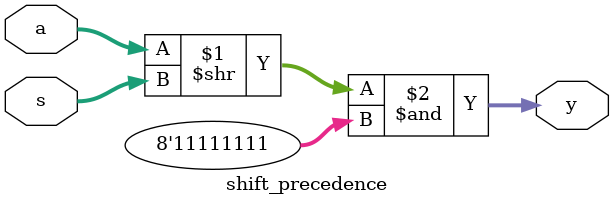
<source format=v>
module shift_precedence(
  input  wire [31:0] a,
  input  wire [4:0]  s,
  output wire [31:0] y
);
  //assign y = (a + 32'd1) >> s;
  //assign y = a >> 1 >> s;
  //assign y = (a >> s) & 32'hFF; // Formatting bug: prints 255 not FF
  assign y = (a >> s) & 8'hFF;

endmodule

</source>
